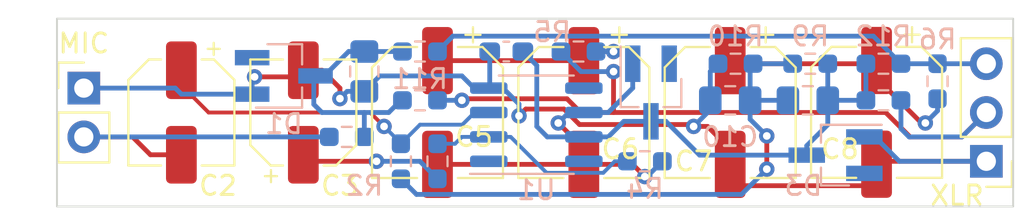
<source format=kicad_pcb>
(kicad_pcb (version 20221018) (generator pcbnew)
  (layers (0 "F.Cu" signal) (31 "B.Cu" signal) (34 "B.Paste" user) (35 "F.Paste" user) (36 "B.SilkS" user "B.Silkscreen") (37 "F.SilkS" user "F.Silkscreen") (38 "B.Mask" user) (39 "F.Mask" user) (44 "Edge.Cuts" user))
  (net 0 "")
  (net 1 "GND")
  (net 2 "Net-(C3-Pad1)")
  (net 3 "Net-(C5-Pad1)")
  (net 4 "Net-(C7-Pad1)")
  (net 5 "/Micbias")
  (net 6 "/Opamp_In+")
  (net 7 "/Mic+")
  (net 8 "/Opamp_VDD")
  (net 9 "/Opamp_Out")
  (net 10 "/VGND")
  (net 11 "/XLR2(+)")
  (net 12 "/Opamp_In-")
  (net 13 "/XLR3(-)")
  (footprint "Capacitor_SMD:CP_Elec_6.3x5.4_Nichicon" (layer "F.Cu") (at 151.765 110.49 -90)
    (fp_text reference "C5" (at 1.27 -1.905 180) (layer "F.SilkS"))
    (fp_text value "10uF 50v")
    (fp_line (start -4.4375 -1.8475) (end -3.65 -1.8475) (stroke (width 0.12)) (layer "F.SilkS"))
    (fp_line (start -4.04375 -2.24125) (end -4.04375 -1.45375) (stroke (width 0.12)) (layer "F.SilkS"))
    (fp_line (start -3.41 -2.345563) (end -3.41 -1.06) (stroke (width 0.12)) (layer "F.SilkS"))
    (fp_line (start -3.41 -2.345563) (end -2.345563 -3.41) (stroke (width 0.12)) (layer "F.SilkS"))
    (fp_line (start -3.41 2.345563) (end -3.41 1.06) (stroke (width 0.12)) (layer "F.SilkS"))
    (fp_line (start -3.41 2.345563) (end -2.345563 3.41) (stroke (width 0.12)) (layer "F.SilkS"))
    (fp_line (start -2.345563 -3.41) (end 3.41 -3.41) (stroke (width 0.12)) (layer "F.SilkS"))
    (fp_line (start -2.345563 3.41) (end 3.41 3.41) (stroke (width 0.12)) (layer "F.SilkS"))
    (fp_line (start 3.41 -3.41) (end 3.41 -1.06) (stroke (width 0.12)) (layer "F.SilkS"))
    (fp_line (start 3.41 3.41) (end 3.41 1.06) (stroke (width 0.12)) (layer "F.SilkS"))
    (pad "1" smd roundrect (at -2.7 0 270) (size 3.5 1.6) (layers "F.Cu" "F.Paste" "F.Mask") (roundrect_rratio 0.15625) (net 3 "Net-(C5-Pad1)"))
    (pad "2" smd roundrect (at 2.7 0 270) (size 3.5 1.6) (layers "F.Cu" "F.Paste" "F.Mask") (roundrect_rratio 0.15625) (net 9 "/Opamp_Out"))
  )
  (footprint "Capacitor_SMD:CP_Elec_5x5.4" (layer "F.Cu") (at 138.43 110.49 -90)
    (fp_text reference "C2" (at 3.81 -1.905 180) (layer "F.SilkS"))
    (fp_text value "22uF 16V")
    (fp_line (start -3.625 -1.685) (end -3 -1.685) (stroke (width 0.12)) (layer "F.SilkS"))
    (fp_line (start -3.3125 -1.9975) (end -3.3125 -1.3725) (stroke (width 0.12)) (layer "F.SilkS"))
    (fp_line (start -2.76 -1.695563) (end -2.76 -1.06) (stroke (width 0.12)) (layer "F.SilkS"))
    (fp_line (start -2.76 -1.695563) (end -1.695563 -2.76) (stroke (width 0.12)) (layer "F.SilkS"))
    (fp_line (start -2.76 1.695563) (end -2.76 1.06) (stroke (width 0.12)) (layer "F.SilkS"))
    (fp_line (start -2.76 1.695563) (end -1.695563 2.76) (stroke (width 0.12)) (layer "F.SilkS"))
    (fp_line (start -1.695563 -2.76) (end 2.76 -2.76) (stroke (width 0.12)) (layer "F.SilkS"))
    (fp_line (start -1.695563 2.76) (end 2.76 2.76) (stroke (width 0.12)) (layer "F.SilkS"))
    (fp_line (start 2.76 -2.76) (end 2.76 -1.06) (stroke (width 0.12)) (layer "F.SilkS"))
    (fp_line (start 2.76 2.76) (end 2.76 1.06) (stroke (width 0.12)) (layer "F.SilkS"))
    (pad "1" smd roundrect (at -2.2 0 270) (size 3 1.6) (layers "F.Cu" "F.Paste" "F.Mask") (roundrect_rratio 0.15625) (net 6 "/Opamp_In+"))
    (pad "2" smd roundrect (at 2.2 0 270) (size 3 1.6) (layers "F.Cu" "F.Paste" "F.Mask") (roundrect_rratio 0.15625) (net 7 "/Mic+"))
  )
  (footprint "Capacitor_SMD:CP_Elec_6.3x5.4_Nichicon" (layer "F.Cu") (at 167.005 110.49 -90)
    (fp_text reference "C7" (at 2.54 1.905 180) (layer "F.SilkS"))
    (fp_text value "10uF 50v")
    (fp_line (start -4.4375 -1.8475) (end -3.65 -1.8475) (stroke (width 0.12)) (layer "F.SilkS"))
    (fp_line (start -4.04375 -2.24125) (end -4.04375 -1.45375) (stroke (width 0.12)) (layer "F.SilkS"))
    (fp_line (start -3.41 -2.345563) (end -3.41 -1.06) (stroke (width 0.12)) (layer "F.SilkS"))
    (fp_line (start -3.41 -2.345563) (end -2.345563 -3.41) (stroke (width 0.12)) (layer "F.SilkS"))
    (fp_line (start -3.41 2.345563) (end -3.41 1.06) (stroke (width 0.12)) (layer "F.SilkS"))
    (fp_line (start -3.41 2.345563) (end -2.345563 3.41) (stroke (width 0.12)) (layer "F.SilkS"))
    (fp_line (start -2.345563 -3.41) (end 3.41 -3.41) (stroke (width 0.12)) (layer "F.SilkS"))
    (fp_line (start -2.345563 3.41) (end 3.41 3.41) (stroke (width 0.12)) (layer "F.SilkS"))
    (fp_line (start 3.41 -3.41) (end 3.41 -1.06) (stroke (width 0.12)) (layer "F.SilkS"))
    (fp_line (start 3.41 3.41) (end 3.41 1.06) (stroke (width 0.12)) (layer "F.SilkS"))
    (pad "1" smd roundrect (at -2.7 0 270) (size 3.5 1.6) (layers "F.Cu" "F.Paste" "F.Mask") (roundrect_rratio 0.15625) (net 4 "Net-(C7-Pad1)"))
    (pad "2" smd roundrect (at 2.7 0 270) (size 3.5 1.6) (layers "F.Cu" "F.Paste" "F.Mask") (roundrect_rratio 0.15625) (net 1 "GND"))
  )
  (footprint "Connector_PinHeader_2.54mm:PinHeader_1x03_P2.54mm_Vertical" (layer "F.Cu") (at 180.34 113.03 180)
    (fp_text reference "XLR" (at 1.524 -1.778) (layer "F.SilkS"))
    (fp_text value "XLR3")
    (fp_line (start -1.33 -1.33) (end 0 -1.33) (stroke (width 0.12)) (layer "F.SilkS"))
    (fp_line (start -1.33 0) (end -1.33 -1.33) (stroke (width 0.12)) (layer "F.SilkS"))
    (fp_line (start -1.33 1.27) (end -1.33 6.41) (stroke (width 0.12)) (layer "F.SilkS"))
    (fp_line (start -1.33 1.27) (end 1.33 1.27) (stroke (width 0.12)) (layer "F.SilkS"))
    (fp_line (start -1.33 6.41) (end 1.33 6.41) (stroke (width 0.12)) (layer "F.SilkS"))
    (fp_line (start 1.33 1.27) (end 1.33 6.41) (stroke (width 0.12)) (layer "F.SilkS"))
    (pad "1" thru_hole rect (at 0 0 180) (size 1.7 1.7) (drill 1) (layers "*.Cu" "*.Mask") (net 1 "GND"))
    (pad "2" thru_hole oval (at 0 2.54 180) (size 1.7 1.7) (drill 1) (layers "*.Cu" "*.Mask") (net 11 "/XLR2(+)"))
    (pad "3" thru_hole oval (at 0 5.08 180) (size 1.7 1.7) (drill 1) (layers "*.Cu" "*.Mask") (net 13 "/XLR3(-)"))
  )
  (footprint "Capacitor_SMD:CP_Elec_5x5.4" (layer "F.Cu") (at 144.78 110.49 90)
    (fp_text reference "C3" (at -3.81 1.905 180) (layer "F.SilkS"))
    (fp_text value "22uF 16V")
    (fp_line (start -3.625 -1.685) (end -3 -1.685) (stroke (width 0.12)) (layer "F.SilkS"))
    (fp_line (start -3.3125 -1.9975) (end -3.3125 -1.3725) (stroke (width 0.12)) (layer "F.SilkS"))
    (fp_line (start -2.76 -1.695563) (end -2.76 -1.06) (stroke (width 0.12)) (layer "F.SilkS"))
    (fp_line (start -2.76 -1.695563) (end -1.695563 -2.76) (stroke (width 0.12)) (layer "F.SilkS"))
    (fp_line (start -2.76 1.695563) (end -2.76 1.06) (stroke (width 0.12)) (layer "F.SilkS"))
    (fp_line (start -2.76 1.695563) (end -1.695563 2.76) (stroke (width 0.12)) (layer "F.SilkS"))
    (fp_line (start -1.695563 -2.76) (end 2.76 -2.76) (stroke (width 0.12)) (layer "F.SilkS"))
    (fp_line (start -1.695563 2.76) (end 2.76 2.76) (stroke (width 0.12)) (layer "F.SilkS"))
    (fp_line (start 2.76 -2.76) (end 2.76 -1.06) (stroke (width 0.12)) (layer "F.SilkS"))
    (fp_line (start 2.76 2.76) (end 2.76 1.06) (stroke (width 0.12)) (layer "F.SilkS"))
    (pad "1" smd roundrect (at -2.2 0 90) (size 3 1.6) (layers "F.Cu" "F.Paste" "F.Mask") (roundrect_rratio 0.15625) (net 2 "Net-(C3-Pad1)"))
    (pad "2" smd roundrect (at 2.2 0 90) (size 3 1.6) (layers "F.Cu" "F.Paste" "F.Mask") (roundrect_rratio 0.15625) (net 1 "GND"))
  )
  (footprint "Capacitor_SMD:CP_Elec_6.3x5.4_Nichicon" (layer "F.Cu") (at 159.385 110.49 -90)
    (fp_text reference "C6" (at 1.905 -1.905 180) (layer "F.SilkS"))
    (fp_text value "10uF 50v")
    (fp_line (start -4.4375 -1.8475) (end -3.65 -1.8475) (stroke (width 0.12)) (layer "F.SilkS"))
    (fp_line (start -4.04375 -2.24125) (end -4.04375 -1.45375) (stroke (width 0.12)) (layer "F.SilkS"))
    (fp_line (start -3.41 -2.345563) (end -3.41 -1.06) (stroke (width 0.12)) (layer "F.SilkS"))
    (fp_line (start -3.41 -2.345563) (end -2.345563 -3.41) (stroke (width 0.12)) (layer "F.SilkS"))
    (fp_line (start -3.41 2.345563) (end -3.41 1.06) (stroke (width 0.12)) (layer "F.SilkS"))
    (fp_line (start -3.41 2.345563) (end -2.345563 3.41) (stroke (width 0.12)) (layer "F.SilkS"))
    (fp_line (start -2.345563 -3.41) (end 3.41 -3.41) (stroke (width 0.12)) (layer "F.SilkS"))
    (fp_line (start -2.345563 3.41) (end 3.41 3.41) (stroke (width 0.12)) (layer "F.SilkS"))
    (fp_line (start 3.41 -3.41) (end 3.41 -1.06) (stroke (width 0.12)) (layer "F.SilkS"))
    (fp_line (start 3.41 3.41) (end 3.41 1.06) (stroke (width 0.12)) (layer "F.SilkS"))
    (pad "1" smd roundrect (at -2.7 0 270) (size 3.5 1.6) (layers "F.Cu" "F.Paste" "F.Mask") (roundrect_rratio 0.15625) (net 3 "Net-(C5-Pad1)"))
    (pad "2" smd roundrect (at 2.7 0 270) (size 3.5 1.6) (layers "F.Cu" "F.Paste" "F.Mask") (roundrect_rratio 0.15625) (net 9 "/Opamp_Out"))
  )
  (footprint "Connector_PinHeader_2.54mm:PinHeader_1x02_P2.54mm_Vertical" (layer "F.Cu") (at 133.35 109.22)
    (fp_text reference "MIC" (at 0 -2.33) (layer "F.SilkS"))
    (fp_text value "Microphone")
    (fp_line (start -1.33 -1.33) (end 0 -1.33) (stroke (width 0.12)) (layer "F.SilkS"))
    (fp_line (start -1.33 0) (end -1.33 -1.33) (stroke (width 0.12)) (layer "F.SilkS"))
    (fp_line (start -1.33 1.27) (end -1.33 3.87) (stroke (width 0.12)) (layer "F.SilkS"))
    (fp_line (start -1.33 1.27) (end 1.33 1.27) (stroke (width 0.12)) (layer "F.SilkS"))
    (fp_line (start -1.33 3.87) (end 1.33 3.87) (stroke (width 0.12)) (layer "F.SilkS"))
    (fp_line (start 1.33 1.27) (end 1.33 3.87) (stroke (width 0.12)) (layer "F.SilkS"))
    (pad "1" thru_hole rect (at 0 0) (size 1.7 1.7) (drill 1) (layers "*.Cu" "*.Mask") (net 1 "GND"))
    (pad "2" thru_hole oval (at 0 2.54) (size 1.7 1.7) (drill 1) (layers "*.Cu" "*.Mask") (net 7 "/Mic+"))
  )
  (footprint "Capacitor_SMD:CP_Elec_6.3x5.4_Nichicon" (layer "F.Cu") (at 174.625 110.4824 -90)
    (fp_text reference "C8" (at 1.9126 1.905 180) (layer "F.SilkS"))
    (fp_text value "10uF 50v")
    (fp_line (start -4.4375 -1.8475) (end -3.65 -1.8475) (stroke (width 0.12)) (layer "F.SilkS"))
    (fp_line (start -4.04375 -2.24125) (end -4.04375 -1.45375) (stroke (width 0.12)) (layer "F.SilkS"))
    (fp_line (start -3.41 -2.345563) (end -3.41 -1.06) (stroke (width 0.12)) (layer "F.SilkS"))
    (fp_line (start -3.41 -2.345563) (end -2.345563 -3.41) (stroke (width 0.12)) (layer "F.SilkS"))
    (fp_line (start -3.41 2.345563) (end -3.41 1.06) (stroke (width 0.12)) (layer "F.SilkS"))
    (fp_line (start -3.41 2.345563) (end -2.345563 3.41) (stroke (width 0.12)) (layer "F.SilkS"))
    (fp_line (start -2.345563 -3.41) (end 3.41 -3.41) (stroke (width 0.12)) (layer "F.SilkS"))
    (fp_line (start -2.345563 3.41) (end 3.41 3.41) (stroke (width 0.12)) (layer "F.SilkS"))
    (fp_line (start 3.41 -3.41) (end 3.41 -1.06) (stroke (width 0.12)) (layer "F.SilkS"))
    (fp_line (start 3.41 3.41) (end 3.41 1.06) (stroke (width 0.12)) (layer "F.SilkS"))
    (pad "1" smd roundrect (at -2.7 0 270) (size 3.5 1.6) (layers "F.Cu" "F.Paste" "F.Mask") (roundrect_rratio 0.15625) (net 4 "Net-(C7-Pad1)"))
    (pad "2" smd roundrect (at 2.7 0 270) (size 3.5 1.6) (layers "F.Cu" "F.Paste" "F.Mask") (roundrect_rratio 0.15625) (net 1 "GND"))
  )
  (footprint "Capacitor_SMD:C_0805_2012Metric_Pad1.18x1.45mm_HandSolder" (layer "B.Cu") (at 167.005 109.855 180)
    (fp_text reference "C10" (at 0 -1.905) (layer "B.SilkS") (effects (justify mirror)))
    (fp_text value "10uF 16V")
    (fp_line (start -0.261252 -0.735) (end 0.261252 -0.735) (stroke (width 0.12)) (layer "B.SilkS"))
    (fp_line (start -0.261252 0.735) (end 0.261252 0.735) (stroke (width 0.12)) (layer "B.SilkS"))
    (pad "1" smd roundrect (at -1.0375 0 180) (size 1.175 1.45) (layers "B.Cu" "B.Paste" "B.Mask") (roundrect_rratio 0.2127659574) (net 10 "/VGND"))
    (pad "2" smd roundrect (at 1.0375 0 180) (size 1.175 1.45) (layers "B.Cu" "B.Paste" "B.Mask") (roundrect_rratio 0.2127659574) (net 1 "GND"))
  )
  (footprint "Resistor_SMD:R_0603_1608Metric_Pad0.98x0.95mm_HandSolder" (layer "B.Cu") (at 177.8 108.8625 90)
    (fp_text reference "R6" (at 2.1825 0 180) (layer "B.SilkS") (effects (justify mirror)))
    (fp_text value "100R")
    (fp_line (start -0.254724 -0.5225) (end 0.254724 -0.5225) (stroke (width 0.12)) (layer "B.SilkS"))
    (fp_line (start -0.254724 0.5225) (end 0.254724 0.5225) (stroke (width 0.12)) (layer "B.SilkS"))
    (pad "1" smd roundrect (at -0.9125 0 90) (size 0.975 0.95) (layers "B.Cu" "B.Paste" "B.Mask") (net 4 "Net-(C7-Pad1)"))
    (pad "2" smd roundrect (at 0.9125 0 90) (size 0.975 0.95) (layers "B.Cu" "B.Paste" "B.Mask") (net 13 "/XLR3(-)"))
  )
  (footprint "Package_SO:SOIC-8_3.9x4.9mm_P1.27mm" (layer "B.Cu") (at 156.91 111.125)
    (fp_text reference "U1" (at 0 3.4) (layer "B.SilkS") (effects (justify mirror)))
    (fp_text value "OPAMP")
    (fp_line (start 0 -2.56) (end -1.95 -2.56) (stroke (width 0.12)) (layer "B.SilkS"))
    (fp_line (start 0 -2.56) (end 1.95 -2.56) (stroke (width 0.12)) (layer "B.SilkS"))
    (fp_line (start 0 2.56) (end -3.45 2.56) (stroke (width 0.12)) (layer "B.SilkS"))
    (fp_line (start 0 2.56) (end 1.95 2.56) (stroke (width 0.12)) (layer "B.SilkS"))
    (pad "1" smd roundrect (at -2.475 1.905) (size 1.95 0.6) (layers "B.Cu" "B.Paste" "B.Mask"))
    (pad "2" smd roundrect (at -2.475 0.635) (size 1.95 0.6) (layers "B.Cu" "B.Paste" "B.Mask") (net 12 "/Opamp_In-"))
    (pad "3" smd roundrect (at -2.475 -0.635) (size 1.95 0.6) (layers "B.Cu" "B.Paste" "B.Mask") (net 6 "/Opamp_In+"))
    (pad "4" smd roundrect (at -2.475 -1.905) (size 1.95 0.6) (layers "B.Cu" "B.Paste" "B.Mask") (net 1 "GND"))
    (pad "5" smd roundrect (at 2.475 -1.905) (size 1.95 0.6) (layers "B.Cu" "B.Paste" "B.Mask"))
    (pad "6" smd roundrect (at 2.475 -0.635) (size 1.95 0.6) (layers "B.Cu" "B.Paste" "B.Mask") (net 9 "/Opamp_Out"))
    (pad "7" smd roundrect (at 2.475 0.635) (size 1.95 0.6) (layers "B.Cu" "B.Paste" "B.Mask") (net 8 "/Opamp_VDD"))
    (pad "8" smd roundrect (at 2.475 1.905) (size 1.95 0.6) (layers "B.Cu" "B.Paste" "B.Mask"))
  )
  (footprint "Package_TO_SOT_SMD:SOT-23_Handsoldering" (layer "B.Cu") (at 162.88 109.45 -90)
    (fp_text reference "D2" hide)
    (fp_text value "DIODE")
    (fp_line (start 0.76 -1.58) (end -0.7 -1.58) (stroke (width 0.12)) (layer "B.SilkS"))
    (fp_line (start 0.76 -1.58) (end 0.76 -0.65) (stroke (width 0.12)) (layer "B.SilkS"))
    (fp_line (start 0.76 1.58) (end -2.4 1.58) (stroke (width 0.12)) (layer "B.SilkS"))
    (fp_line (start 0.76 1.58) (end 0.76 0.65) (stroke (width 0.12)) (layer "B.SilkS"))
    (pad "1" smd rect (at -1.5 0.95 270) (size 1.9 0.8) (layers "B.Cu" "B.Paste" "B.Mask") (net 9 "/Opamp_Out"))
    (pad "2" smd rect (at -1.5 -0.95 270) (size 1.9 0.8) (layers "B.Cu" "B.Paste" "B.Mask"))
    (pad "3" smd rect (at 1.5 0 270) (size 1.9 0.8) (layers "B.Cu" "B.Paste" "B.Mask") (net 8 "/Opamp_VDD"))
  )
  (footprint "Package_TO_SOT_SMD:SC-59_Handsoldering" (layer "B.Cu") (at 143.765 108.585)
    (fp_text reference "D1" (at 0 2.5) (layer "B.SilkS") (effects (justify mirror)))
    (fp_text value "5V6")
    (fp_line (start -1.45 1.65) (end 0.95 1.65) (stroke (width 0.12)) (layer "B.SilkS"))
    (fp_line (start -0.85 -1.65) (end 0.95 -1.65) (stroke (width 0.12)) (layer "B.SilkS"))
    (fp_line (start 0.95 -1.65) (end 0.95 -0.6) (stroke (width 0.12)) (layer "B.SilkS"))
    (fp_line (start 0.95 1.65) (end 0.95 0.6) (stroke (width 0.12)) (layer "B.SilkS"))
    (pad "1" smd rect (at -1.65 0.95) (size 1.8 0.8) (layers "B.Cu" "B.Paste" "B.Mask") (net 1 "GND"))
    (pad "2" smd rect (at -1.65 -0.95) (size 1.8 0.8) (layers "B.Cu" "B.Paste" "B.Mask"))
    (pad "3" smd rect (at 1.65 0) (size 1.8 0.8) (layers "B.Cu" "B.Paste" "B.Mask") (net 5 "/Micbias"))
  )
  (footprint "Capacitor_SMD:C_0805_2012Metric_Pad1.18x1.45mm_HandSolder" (layer "B.Cu") (at 147.955 108.3525 -90)
    (fp_text reference "C1" hide)
    (fp_text value "10uF 16V")
    (fp_line (start -0.261252 -0.735) (end 0.261252 -0.735) (stroke (width 0.12)) (layer "B.SilkS"))
    (fp_line (start -0.261252 0.735) (end 0.261252 0.735) (stroke (width 0.12)) (layer "B.SilkS"))
    (pad "1" smd roundrect (at -1.0375 0 270) (size 1.175 1.45) (layers "B.Cu" "B.Paste" "B.Mask") (roundrect_rratio 0.2127659574) (net 5 "/Micbias"))
    (pad "2" smd roundrect (at 1.0375 0 270) (size 1.175 1.45) (layers "B.Cu" "B.Paste" "B.Mask") (roundrect_rratio 0.2127659574) (net 1 "GND"))
  )
  (footprint "Capacitor_SMD:C_0805_2012Metric_Pad1.18x1.45mm_HandSolder" (layer "B.Cu") (at 171.0475 109.855 180)
    (fp_text reference "C9" hide)
    (fp_text value "10uF 16V")
    (fp_line (start -0.261252 -0.735) (end 0.261252 -0.735) (stroke (width 0.12)) (layer "B.SilkS"))
    (fp_line (start -0.261252 0.735) (end 0.261252 0.735) (stroke (width 0.12)) (layer "B.SilkS"))
    (pad "1" smd roundrect (at -1.0375 0 180) (size 1.175 1.45) (layers "B.Cu" "B.Paste" "B.Mask") (roundrect_rratio 0.2127659574) (net 8 "/Opamp_VDD"))
    (pad "2" smd roundrect (at 1.0375 0 180) (size 1.175 1.45) (layers "B.Cu" "B.Paste" "B.Mask") (roundrect_rratio 0.2127659574) (net 10 "/VGND"))
  )
  (footprint "Resistor_SMD:R_0603_1608Metric_Pad0.98x0.95mm_HandSolder" (layer "B.Cu") (at 149.86 113.03 -90)
    (fp_text reference "R2" (at 1.27 1.905 180) (layer "B.SilkS") (effects (justify mirror)))
    (fp_text value "100k")
    (fp_line (start -0.254724 -0.5225) (end 0.254724 -0.5225) (stroke (width 0.12)) (layer "B.SilkS"))
    (fp_line (start -0.254724 0.5225) (end 0.254724 0.5225) (stroke (width 0.12)) (layer "B.SilkS"))
    (pad "1" smd roundrect (at -0.9125 0 270) (size 0.975 0.95) (layers "B.Cu" "B.Paste" "B.Mask") (net 6 "/Opamp_In+"))
    (pad "2" smd roundrect (at 0.9125 0 270) (size 0.975 0.95) (layers "B.Cu" "B.Paste" "B.Mask") (net 10 "/VGND"))
  )
  (footprint "Resistor_SMD:R_0603_1608Metric_Pad0.98x0.95mm_HandSolder" (layer "B.Cu") (at 162.56 113.03)
    (fp_text reference "R4" (at 0 1.43) (layer "B.SilkS") (effects (justify mirror)))
    (fp_text value "10k")
    (fp_line (start -0.254724 -0.5225) (end 0.254724 -0.5225) (stroke (width 0.12)) (layer "B.SilkS"))
    (fp_line (start -0.254724 0.5225) (end 0.254724 0.5225) (stroke (width 0.12)) (layer "B.SilkS"))
    (pad "1" smd roundrect (at -0.9125 0) (size 0.975 0.95) (layers "B.Cu" "B.Paste" "B.Mask") (net 12 "/Opamp_In-"))
    (pad "2" smd roundrect (at 0.9125 0) (size 0.975 0.95) (layers "B.Cu" "B.Paste" "B.Mask") (net 9 "/Opamp_Out"))
  )
  (footprint "Resistor_SMD:R_0603_1608Metric_Pad0.98x0.95mm_HandSolder" (layer "B.Cu") (at 150.8525 107.315)
    (fp_text reference "R11" (at 0 1.43) (layer "B.SilkS") (effects (justify mirror)))
    (fp_text value "33k")
    (fp_line (start -0.254724 -0.5225) (end 0.254724 -0.5225) (stroke (width 0.12)) (layer "B.SilkS"))
    (fp_line (start -0.254724 0.5225) (end 0.254724 0.5225) (stroke (width 0.12)) (layer "B.SilkS"))
    (pad "1" smd roundrect (at -0.9125 0) (size 0.975 0.95) (layers "B.Cu" "B.Paste" "B.Mask") (net 5 "/Micbias"))
    (pad "2" smd roundrect (at 0.9125 0) (size 0.975 0.95) (layers "B.Cu" "B.Paste" "B.Mask") (net 13 "/XLR3(-)"))
  )
  (footprint "Resistor_SMD:R_0603_1608Metric_Pad0.98x0.95mm_HandSolder" (layer "B.Cu") (at 147.0425 111.76 180)
    (fp_text reference "R1" hide)
    (fp_text value "4k7")
    (fp_line (start -0.254724 -0.5225) (end 0.254724 -0.5225) (stroke (width 0.12)) (layer "B.SilkS"))
    (fp_line (start -0.254724 0.5225) (end 0.254724 0.5225) (stroke (width 0.12)) (layer "B.SilkS"))
    (pad "1" smd roundrect (at -0.9125 0 180) (size 0.975 0.95) (layers "B.Cu" "B.Paste" "B.Mask") (net 5 "/Micbias"))
    (pad "2" smd roundrect (at 0.9125 0 180) (size 0.975 0.95) (layers "B.Cu" "B.Paste" "B.Mask") (net 7 "/Mic+"))
  )
  (footprint "Package_TO_SOT_SMD:SOT-23_Handsoldering" (layer "B.Cu") (at 172.49 112.71 180)
    (fp_text reference "D3" (at 1.675 -1.59) (layer "B.SilkS") (effects (justify mirror)))
    (fp_text value "24V")
    (fp_line (start 0.76 -1.58) (end -0.7 -1.58) (stroke (width 0.12)) (layer "B.SilkS"))
    (fp_line (start 0.76 -1.58) (end 0.76 -0.65) (stroke (width 0.12)) (layer "B.SilkS"))
    (fp_line (start 0.76 1.58) (end -2.4 1.58) (stroke (width 0.12)) (layer "B.SilkS"))
    (fp_line (start 0.76 1.58) (end 0.76 0.65) (stroke (width 0.12)) (layer "B.SilkS"))
    (pad "1" smd rect (at -1.5 0.95 180) (size 1.9 0.8) (layers "B.Cu" "B.Paste" "B.Mask") (net 1 "GND"))
    (pad "2" smd rect (at -1.5 -0.95 180) (size 1.9 0.8) (layers "B.Cu" "B.Paste" "B.Mask"))
    (pad "3" smd rect (at 1.5 0 180) (size 1.9 0.8) (layers "B.Cu" "B.Paste" "B.Mask") (net 8 "/Opamp_VDD"))
  )
  (footprint "Resistor_SMD:R_0603_1608Metric_Pad0.98x0.95mm_HandSolder" (layer "B.Cu") (at 151.765 113.03 -90)
    (fp_text reference "R3" hide)
    (fp_text value "4k7")
    (fp_line (start -0.254724 -0.5225) (end 0.254724 -0.5225) (stroke (width 0.12)) (layer "B.SilkS"))
    (fp_line (start -0.254724 0.5225) (end 0.254724 0.5225) (stroke (width 0.12)) (layer "B.SilkS"))
    (pad "1" smd roundrect (at -0.9125 0 270) (size 0.975 0.95) (layers "B.Cu" "B.Paste" "B.Mask") (net 12 "/Opamp_In-"))
    (pad "2" smd roundrect (at 0.9125 0 270) (size 0.975 0.95) (layers "B.Cu" "B.Paste" "B.Mask") (net 2 "Net-(C3-Pad1)"))
  )
  (footprint "Resistor_SMD:R_0603_1608Metric_Pad0.98x0.95mm_HandSolder" (layer "B.Cu") (at 150.8525 109.855)
    (fp_text reference "R7" hide)
    (fp_text value "33k")
    (fp_line (start -0.254724 -0.5225) (end 0.254724 -0.5225) (stroke (width 0.12)) (layer "B.SilkS"))
    (fp_line (start -0.254724 0.5225) (end 0.254724 0.5225) (stroke (width 0.12)) (layer "B.SilkS"))
    (pad "1" smd roundrect (at -0.9125 0) (size 0.975 0.95) (layers "B.Cu" "B.Paste" "B.Mask") (net 5 "/Micbias"))
    (pad "2" smd roundrect (at 0.9125 0) (size 0.975 0.95) (layers "B.Cu" "B.Paste" "B.Mask") (net 11 "/XLR2(+)"))
  )
  (footprint "Resistor_SMD:R_0603_1608Metric_Pad0.98x0.95mm_HandSolder" (layer "B.Cu") (at 174.9825 109.855 180)
    (fp_text reference "R8" hide)
    (fp_text value "4k7")
    (fp_line (start -0.254724 -0.5225) (end 0.254724 -0.5225) (stroke (width 0.12)) (layer "B.SilkS"))
    (fp_line (start -0.254724 0.5225) (end 0.254724 0.5225) (stroke (width 0.12)) (layer "B.SilkS"))
    (pad "1" smd roundrect (at -0.9125 0 180) (size 0.975 0.95) (layers "B.Cu" "B.Paste" "B.Mask") (net 11 "/XLR2(+)"))
    (pad "2" smd roundrect (at 0.9125 0 180) (size 0.975 0.95) (layers "B.Cu" "B.Paste" "B.Mask") (net 8 "/Opamp_VDD"))
  )
  (footprint "Resistor_SMD:R_0603_1608Metric_Pad0.98x0.95mm_HandSolder" (layer "B.Cu") (at 174.9825 107.95 180)
    (fp_text reference "R12" (at 0 1.43) (layer "B.SilkS") (effects (justify mirror)))
    (fp_text value "4k7")
    (fp_line (start -0.254724 -0.5225) (end 0.254724 -0.5225) (stroke (width 0.12)) (layer "B.SilkS"))
    (fp_line (start -0.254724 0.5225) (end 0.254724 0.5225) (stroke (width 0.12)) (layer "B.SilkS"))
    (pad "1" smd roundrect (at -0.9125 0 180) (size 0.975 0.95) (layers "B.Cu" "B.Paste" "B.Mask") (net 13 "/XLR3(-)"))
    (pad "2" smd roundrect (at 0.9125 0 180) (size 0.975 0.95) (layers "B.Cu" "B.Paste" "B.Mask") (net 8 "/Opamp_VDD"))
  )
  (footprint "Resistor_SMD:R_0603_1608Metric_Pad0.98x0.95mm_HandSolder" (layer "B.Cu") (at 159.1075 107.315 180)
    (fp_text reference "R5" (at 1.3735 1.016) (layer "B.SilkS") (effects (justify mirror)))
    (fp_text value "100R")
    (fp_line (start -0.254724 -0.5225) (end 0.254724 -0.5225) (stroke (width 0.12)) (layer "B.SilkS"))
    (fp_line (start -0.254724 0.5225) (end 0.254724 0.5225) (stroke (width 0.12)) (layer "B.SilkS"))
    (pad "1" smd roundrect (at -0.9125 0 180) (size 0.975 0.95) (layers "B.Cu" "B.Paste" "B.Mask") (net 3 "Net-(C5-Pad1)"))
    (pad "2" smd roundrect (at 0.9125 0 180) (size 0.975 0.95) (layers "B.Cu" "B.Paste" "B.Mask") (net 11 "/XLR2(+)"))
  )
  (footprint "Capacitor_SMD:C_0603_1608Metric_Pad1.08x0.95mm_HandSolder" (layer "B.Cu") (at 155.3475 107.315 180)
    (fp_text reference "C4" hide)
    (fp_text value "0.1uF")
    (fp_line (start -0.146267 -0.51) (end 0.146267 -0.51) (stroke (width 0.12)) (layer "B.SilkS"))
    (fp_line (start -0.146267 0.51) (end 0.146267 0.51) (stroke (width 0.12)) (layer "B.SilkS"))
    (pad "1" smd roundrect (at -0.8625 0 180) (size 1.075 0.95) (layers "B.Cu" "B.Paste" "B.Mask") (net 8 "/Opamp_VDD"))
    (pad "2" smd roundrect (at 0.8625 0 180) (size 1.075 0.95) (layers "B.Cu" "B.Paste" "B.Mask") (net 1 "GND"))
  )
  (footprint "Resistor_SMD:R_0603_1608Metric_Pad0.98x0.95mm_HandSolder" (layer "B.Cu") (at 167.2825 107.95 180)
    (fp_text reference "R10" (at 0 1.43) (layer "B.SilkS") (effects (justify mirror)))
    (fp_text value "10k")
    (fp_line (start -0.254724 -0.5225) (end 0.254724 -0.5225) (stroke (width 0.12)) (layer "B.SilkS"))
    (fp_line (start -0.254724 0.5225) (end 0.254724 0.5225) (stroke (width 0.12)) (layer "B.SilkS"))
    (pad "1" smd roundrect (at -0.9125 0 180) (size 0.975 0.95) (layers "B.Cu" "B.Paste" "B.Mask") (net 10 "/VGND"))
    (pad "2" smd roundrect (at 0.9125 0 180) (size 0.975 0.95) (layers "B.Cu" "B.Paste" "B.Mask") (net 1 "GND"))
  )
  (footprint "Resistor_SMD:R_0603_1608Metric_Pad0.98x0.95mm_HandSolder" (layer "B.Cu") (at 171.1725 107.95 180)
    (fp_text reference "R9" (at 0 1.43) (layer "B.SilkS") (effects (justify mirror)))
    (fp_text value "10k")
    (fp_line (start -0.254724 -0.5225) (end 0.254724 -0.5225) (stroke (width 0.12)) (layer "B.SilkS"))
    (fp_line (start -0.254724 0.5225) (end 0.254724 0.5225) (stroke (width 0.12)) (layer "B.SilkS"))
    (pad "1" smd roundrect (at -0.9125 0 180) (size 0.975 0.95) (layers "B.Cu" "B.Paste" "B.Mask") (net 8 "/Opamp_VDD"))
    (pad "2" smd roundrect (at 0.9125 0 180) (size 0.975 0.95) (layers "B.Cu" "B.Paste" "B.Mask") (net 10 "/VGND"))
  )
  (gr_rect (start 131.953 105.603) (end 181.737 115.382) (stroke (width 0.1)) (fill none) (layer "Edge.Cuts"))
  (segment (start 158.353389 110.310989) (end 159.15788 111.11548) (width 0.25) (layer "F.Cu") (net 1))
  (segment (start 174.625 113.1824) (end 174.625 114.3) (width 0.25) (layer "F.Cu") (net 1))
  (segment (start 167.005 112.395) (end 165.8245 111.2145) (width 0.25) (layer "F.Cu") (net 1))
  (segment (start 165.8245 111.2145) (end 165.1 111.2145) (width 0.25) (layer "F.Cu") (net 1))
  (segment (start 159.15788 111.11548) (end 164.93048 111.11548) (width 0.25) (layer "F.Cu") (net 1))
  (segment (start 142.24 108.634502) (end 144.435498 108.634502) (width 0.25) (layer "F.Cu") (net 1))
  (segment (start 174.625 114.3) (end 166.37 114.3) (width 0.25) (layer "F.Cu") (net 1))
  (segment (start 144.435498 108.634502) (end 144.78 108.29) (width 0.25) (layer "F.Cu") (net 1))
  (segment (start 180.34 113.03) (end 174.7774 113.03) (width 0.25) (layer "F.Cu") (net 1))
  (segment (start 156.361916 110.310989) (end 158.353389 110.310989) (width 0.25) (layer "F.Cu") (net 1))
  (segment (start 146.685 109.22) (end 145.755 108.29) (width 0.25) (layer "F.Cu") (net 1))
  (segment (start 156.009123 110.663782) (end 156.361916 110.310989) (width 0.25) (layer "F.Cu") (net 1))
  (segment (start 145.755 108.29) (end 144.78 108.29) (width 0.25) (layer "F.Cu") (net 1))
  (segment (start 146.685 109.7655) (end 146.685 109.22) (width 0.25) (layer "F.Cu") (net 1))
  (via (at 146.685 109.7655) (size 0.8) (drill 0.4) (layers "F.Cu" "B.Cu") (net 1))
  (via (at 165.1 111.2145) (size 0.8) (drill 0.4) (layers "F.Cu" "B.Cu") (net 1))
  (via (at 156.009123 110.663782) (size 0.8) (drill 0.4) (layers "F.Cu" "B.Cu") (net 1))
  (via (at 142.24 108.634502) (size 0.8) (drill 0.4) (layers "F.Cu" "B.Cu") (net 1))
  (segment (start 156.009123 110.052587) (end 155.176536 109.22) (width 0.25) (layer "B.Cu") (net 1))
  (segment (start 165.9675 109.855) (end 165.9675 108.3525) (width 0.25) (layer "B.Cu") (net 1))
  (segment (start 165.1 111.2145) (end 165.9675 110.347) (width 0.25) (layer "B.Cu") (net 1))
  (segment (start 154.485 107.315) (end 154.485 109.17) (width 0.25) (layer "B.Cu") (net 1))
  (segment (start 175.81 113.03) (end 180.34 113.03) (width 0.25) (layer "B.Cu") (net 1))
  (segment (start 147.0605 109.39) (end 147.955 109.39) (width 0.25) (layer "B.Cu") (net 1))
  (segment (start 153.035 108.585) (end 153.67 109.22) (width 0.25) (layer "B.Cu") (net 1))
  (segment (start 153.67 109.22) (end 154.435 109.22) (width 0.25) (layer "B.Cu") (net 1))
  (segment (start 142.24 108.634502) (end 142.115 108.759502) (width 0.25) (layer "B.Cu") (net 1))
  (segment (start 138.115 109.22) (end 133.35 109.22) (width 0.25) (layer "B.Cu") (net 1))
  (segment (start 142.115 109.535) (end 138.43 109.535) (width 0.25) (layer "B.Cu") (net 1))
  (segment (start 146.685 109.7655) (end 147.0605 109.39) (width 0.25) (layer "B.Cu") (net 1))
  (segment (start 173.99 111.76) (end 174.54 111.76) (width 0.25) (layer "B.Cu") (net 1))
  (segment (start 147.955 109.39) (end 148.76 108.585) (width 0.25) (layer "B.Cu") (net 1))
  (segment (start 154.485 109.17) (end 154.435 109.22) (width 0.25) (layer "B.Cu") (net 1))
  (segment (start 165.9675 110.347) (end 165.9675 109.855) (width 0.25) (layer "B.Cu") (net 1))
  (segment (start 174.54 111.76) (end 175.81 113.03) (width 0.25) (layer "B.Cu") (net 1))
  (segment (start 138.43 109.535) (end 138.115 109.22) (width 0.25) (layer "B.Cu") (net 1))
  (segment (start 165.9675 108.3525) (end 166.37 107.95) (width 0.25) (layer "B.Cu") (net 1))
  (segment (start 155.176536 109.22) (end 154.435 109.22) (width 0.25) (layer "B.Cu") (net 1))
  (segment (start 156.009123 110.663782) (end 156.009123 110.052587) (width 0.25) (layer "B.Cu") (net 1))
  (segment (start 148.76 108.585) (end 153.035 108.585) (width 0.25) (layer "B.Cu") (net 1))
  (segment (start 142.115 108.759502) (end 142.115 109.535) (width 0.25) (layer "B.Cu") (net 1))
  (segment (start 148.59 113.03) (end 145.415 113.03) (width 0.25) (layer "F.Cu") (net 2))
  (via (at 148.59 113.03) (size 0.8) (drill 0.4) (layers "F.Cu" "B.Cu") (net 2))
  (segment (start 150.8525 113.03) (end 151.765 113.9425) (width 0.25) (layer "B.Cu") (net 2))
  (segment (start 148.59 113.03) (end 150.8525 113.03) (width 0.25) (layer "B.Cu") (net 2))
  (segment (start 159.385 107.79) (end 159.385 107.315) (width 0.25) (layer "F.Cu") (net 3))
  (segment (start 159.385 107.79) (end 151.765 107.79) (width 0.25) (layer "F.Cu") (net 3))
  (segment (start 159.385 107.315) (end 160.930498 107.315) (width 0.25) (layer "F.Cu") (net 3))
  (via (at 160.930498 107.315) (size 0.8) (drill 0.4) (layers "F.Cu" "B.Cu") (net 3))
  (segment (start 160.930498 107.315) (end 160.02 107.315) (width 0.25) (layer "B.Cu") (net 3))
  (segment (start 176.9615 111.0355) (end 174.625 108.699) (width 0.25) (layer "F.Cu") (net 4))
  (segment (start 174.625 107.95) (end 167.005 107.95) (width 0.25) (layer "F.Cu") (net 4))
  (segment (start 177.165 111.0355) (end 176.9615 111.0355) (width 0.25) (layer "F.Cu") (net 4))
  (segment (start 174.625 108.699) (end 174.625 107.95) (width 0.25) (layer "F.Cu") (net 4))
  (via (at 177.165 111.0355) (size 0.8) (drill 0.4) (layers "F.Cu" "B.Cu") (net 4))
  (segment (start 177.165 111.0355) (end 177.8 110.4005) (width 0.25) (layer "B.Cu") (net 4))
  (segment (start 177.8 110.4005) (end 177.8 109.775) (width 0.25) (layer "B.Cu") (net 4))
  (segment (start 147.955 111.76) (end 147.955 110.49) (width 0.25) (layer "B.Cu") (net 5))
  (segment (start 145.325489 108.674511) (end 145.415 108.585) (width 0.25) (layer "B.Cu") (net 5))
  (segment (start 147.138675 107.315) (end 145.868675 108.585) (width 0.25) (layer "B.Cu") (net 5))
  (segment (start 149.94 107.315) (end 147.955 107.315) (width 0.25) (layer "B.Cu") (net 5))
  (segment (start 149.86 109.855) (end 149.225 110.49) (width 0.25) (layer "B.Cu") (net 5))
  (segment (start 145.868675 108.585) (end 145.415 108.585) (width 0.25) (layer "B.Cu") (net 5))
  (segment (start 149.94 109.855) (end 149.86 109.855) (width 0.25) (layer "B.Cu") (net 5))
  (segment (start 149.225 110.49) (end 147.955 110.49) (width 0.25) (layer "B.Cu") (net 5))
  (segment (start 145.325489 110.065603) (end 145.325489 108.674511) (width 0.25) (layer "B.Cu") (net 5))
  (segment (start 147.955 107.315) (end 147.138675 107.315) (width 0.25) (layer "B.Cu") (net 5))
  (segment (start 147.955 110.49) (end 145.749886 110.49) (width 0.25) (layer "B.Cu") (net 5))
  (segment (start 145.749886 110.49) (end 145.325489 110.065603) (width 0.25) (layer "B.Cu") (net 5))
  (segment (start 138.43 109.0725) (end 138.43 108.29) (width 0.2) (layer "F.Cu") (net 6))
  (segment (start 148.983271 111.2145) (end 148.258771 110.49) (width 0.2) (layer "F.Cu") (net 6))
  (segment (start 139.8475 110.49) (end 138.43 109.0725) (width 0.2) (layer "F.Cu") (net 6))
  (segment (start 148.258771 110.49) (end 139.8475 110.49) (width 0.2) (layer "F.Cu") (net 6))
  (via (at 148.983271 111.2145) (size 0.8) (drill 0.4) (layers "F.Cu" "B.Cu") (net 6))
  (segment (start 154.435 110.49) (end 153.69458 110.49) (width 0.2) (layer "B.Cu") (net 6))
  (segment (start 150.8525 111.125) (end 149.86 112.1175) (width 0.2) (layer "B.Cu") (net 6))
  (segment (start 149.86 112.1175) (end 149.86 112.091229) (width 0.2) (layer "B.Cu") (net 6))
  (segment (start 153.05958 111.125) (end 150.8525 111.125) (width 0.2) (layer "B.Cu") (net 6))
  (segment (start 153.69458 110.49) (end 153.05958 111.125) (width 0.2) (layer "B.Cu") (net 6))
  (segment (start 149.86 112.091229) (end 148.983271 111.2145) (width 0.2) (layer "B.Cu") (net 6))
  (segment (start 138.43 112.69) (end 136.82 112.69) (width 0.25) (layer "F.Cu") (net 7))
  (segment (start 136.82 112.69) (end 135.89 111.76) (width 0.25) (layer "F.Cu") (net 7))
  (segment (start 135.89 111.76) (end 133.35 111.76) (width 0.25) (layer "F.Cu") (net 7))
  (segment (start 133.35 111.76) (end 146.13 111.76) (width 0.25) (layer "B.Cu") (net 7))
  (segment (start 157.48 111.76) (end 156.934511 111.214511) (width 0.25) (layer "B.Cu") (net 8))
  (segment (start 156.934511 108.039511) (end 156.21 107.315) (width 0.25) (layer "B.Cu") (net 8))
  (segment (start 163.655 110.95) (end 165.415 112.71) (width 0.25) (layer "B.Cu") (net 8))
  (segment (start 160.655 111.76) (end 161.465 110.95) (width 0.25) (layer "B.Cu") (net 8))
  (segment (start 161.465 110.95) (end 162.88 110.95) (width 0.25) (layer "B.Cu") (net 8))
  (segment (start 159.385 111.76) (end 157.48 111.76) (width 0.25) (layer "B.Cu") (net 8))
  (segment (start 170.99 112.71) (end 170.99 112.22) (width 0.25) (layer "B.Cu") (net 8))
  (segment (start 165.415 112.71) (end 170.99 112.71) (width 0.25) (layer "B.Cu") (net 8))
  (segment (start 162.88 110.95) (end 163.655 110.95) (width 0.25) (layer "B.Cu") (net 8))
  (segment (start 174.07 107.95) (end 174.07 109.855) (width 0.25) (layer "B.Cu") (net 8))
  (segment (start 170.99 112.22) (end 172.085 111.125) (width 0.25) (layer "B.Cu") (net 8))
  (segment (start 172.085 111.125) (end 172.085 109.855) (width 0.25) (layer "B.Cu") (net 8))
  (segment (start 156.934511 111.214511) (end 156.934511 108.039511) (width 0.25) (layer "B.Cu") (net 8))
  (segment (start 174.07 109.855) (end 172.085 109.855) (width 0.25) (layer "B.Cu") (net 8))
  (segment (start 159.385 111.76) (end 160.655 111.76) (width 0.25) (layer "B.Cu") (net 8))
  (segment (start 172.085 107.95) (end 172.085 109.855) (width 0.25) (layer "B.Cu") (net 8))
  (segment (start 159.385 113.19) (end 151.765 113.19) (width 0.25) (layer "F.Cu") (net 9))
  (segment (start 158.053286 111.0355) (end 159.385 112.367214) (width 0.25) (layer "F.Cu") (net 9))
  (segment (start 159.385 112.367214) (end 159.385 113.19) (width 0.25) (layer "F.Cu") (net 9))
  (segment (start 162.56 113.825) (end 161.925 113.19) (width 0.25) (layer "F.Cu") (net 9))
  (segment (start 161.925 113.19) (end 159.385 113.19) (width 0.25) (layer "F.Cu") (net 9))
  (via (at 162.56 113.825) (size 0.8) (drill 0.4) (layers "F.Cu" "B.Cu") (net 9))
  (via (at 158.053286 111.0355) (size 0.8) (drill 0.4) (layers "F.Cu" "B.Cu") (net 9))
  (segment (start 158.053286 111.0355) (end 158.598786 110.49) (width 0.25) (layer "B.Cu") (net 9))
  (segment (start 160.655 110.49) (end 161.93 109.215) (width 0.25) (layer "B.Cu") (net 9))
  (segment (start 161.93 109.215) (end 161.93 107.95) (width 0.25) (layer "B.Cu") (net 9))
  (segment (start 162.6775 113.825) (end 163.4725 113.03) (width 0.25) (layer "B.Cu") (net 9))
  (segment (start 162.56 113.825) (end 162.6775 113.825) (width 0.25) (layer "B.Cu") (net 9))
  (segment (start 159.385 110.49) (end 160.655 110.49) (width 0.25) (layer "B.Cu") (net 9))
  (segment (start 158.598786 110.49) (end 159.385 110.49) (width 0.25) (layer "B.Cu") (net 9))
  (segment (start 168.91 113.438677) (end 168.91 111.710498) (width 0.25) (layer "F.Cu") (net 10))
  (via (at 168.91 111.710498) (size 0.8) (drill 0.4) (layers "F.Cu" "B.Cu") (net 10))
  (via (at 168.91 113.438677) (size 0.8) (drill 0.4) (layers "F.Cu" "B.Cu") (net 10))
  (segment (start 168.0425 108.1025) (end 168.195 107.95) (width 0.25) (layer "B.Cu") (net 10))
  (segment (start 168.0425 109.855) (end 170.01 109.855) (width 0.25) (layer "B.Cu") (net 10))
  (segment (start 168.0425 110.842998) (end 168.0425 109.855) (width 0.25) (layer "B.Cu") (net 10))
  (segment (start 168.91 111.710498) (end 168.0425 110.842998) (width 0.25) (layer "B.Cu") (net 10))
  (segment (start 167.594157 114.75452) (end 150.67202 114.75452) (width 0.25) (layer "B.Cu") (net 10))
  (segment (start 150.67202 114.75452) (end 149.86 113.9425) (width 0.25) (layer "B.Cu") (net 10))
  (segment (start 168.195 107.95) (end 170.26 107.95) (width 0.25) (layer "B.Cu") (net 10))
  (segment (start 168.91 113.438677) (end 167.594157 114.75452) (width 0.25) (layer "B.Cu") (net 10))
  (segment (start 168.0425 109.855) (end 168.0425 108.1025) (width 0.25) (layer "B.Cu") (net 10))
  (segment (start 160.930498 108.359376) (end 160.930498 110.49) (width 0.25) (layer "F.Cu") (net 11))
  (segment (start 175.1 110.49) (end 159.222507 110.49) (width 0.25) (layer "F.Cu") (net 11))
  (segment (start 176.37 111.76) (end 175.1 110.49) (width 0.25) (layer "F.Cu") (net 11))
  (segment (start 158.507507 109.775) (end 153.115 109.775) (width 0.25) (layer "F.Cu") (net 11))
  (segment (start 180.34 110.49) (end 179.07 111.76) (width 0.25) (layer "F.Cu") (net 11))
  (segment (start 179.07 111.76) (end 176.37 111.76) (width 0.25) (layer "F.Cu") (net 11))
  (segment (start 153.115 109.775) (end 153.035 109.855) (width 0.25) (layer "F.Cu") (net 11))
  (segment (start 159.222507 110.49) (end 158.507507 109.775) (width 0.25) (layer "F.Cu") (net 11))
  (via (at 160.930498 108.359376) (size 0.8) (drill 0.4) (layers "F.Cu" "B.Cu") (net 11))
  (via (at 153.035 109.855) (size 0.8) (drill 0.4) (layers "F.Cu" "B.Cu") (net 11))
  (segment (start 159.239376 108.359376) (end 158.195 107.315) (width 0.25) (layer "B.Cu") (net 11))
  (segment (start 153.035 109.855) (end 151.765 109.855) (width 0.25) (layer "B.Cu") (net 11))
  (segment (start 175.895 109.855) (end 175.895 111.335614) (width 0.25) (layer "B.Cu") (net 11))
  (segment (start 175.895 111.335614) (end 176.319397 111.760011) (width 0.25) (layer "B.Cu") (net 11))
  (segment (start 179.069989 111.760011) (end 180.34 110.49) (width 0.25) (layer "B.Cu") (net 11))
  (segment (start 160.930498 108.359376) (end 159.239376 108.359376) (width 0.25) (layer "B.Cu") (net 11))
  (segment (start 176.319397 111.760011) (end 179.069989 111.760011) (width 0.25) (layer "B.Cu") (net 11))
  (segment (start 153.035 111.76) (end 152.6775 112.1175) (width 0.2) (layer "B.Cu") (net 12))
  (segment (start 160.995717 113.03) (end 160.396197 113.62952) (width 0.2) (layer "B.Cu") (net 12))
  (segment (start 161.6475 113.03) (end 160.995717 113.03) (width 0.2) (layer "B.Cu") (net 12))
  (segment (start 155.575 111.76) (end 154.435 111.76) (width 0.2) (layer "B.Cu") (net 12))
  (segment (start 154.435 111.76) (end 153.035 111.76) (width 0.2) (layer "B.Cu") (net 12))
  (segment (start 160.396197 113.62952) (end 157.44452 113.62952) (width 0.2) (layer "B.Cu") (net 12))
  (segment (start 152.6775 112.1175) (end 151.765 112.1175) (width 0.2) (layer "B.Cu") (net 12))
  (segment (start 157.44452 113.62952) (end 155.575 111.76) (width 0.2) (layer "B.Cu") (net 12))
  (segment (start 151.765 107.315) (end 152.56452 106.51548) (width 0.25) (layer "B.Cu") (net 13))
  (segment (start 152.56452 106.51548) (end 174.46048 106.51548) (width 0.25) (layer "B.Cu") (net 13))
  (segment (start 174.46048 106.51548) (end 175.895 107.95) (width 0.25) (layer "B.Cu") (net 13))
  (segment (start 175.895 107.95) (end 180.34 107.95) (width 0.25) (layer "B.Cu") (net 13))
)
</source>
